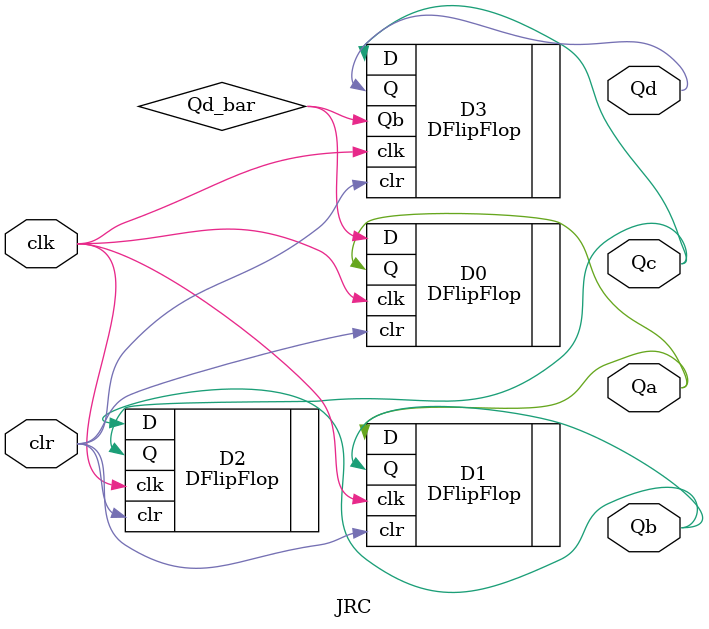
<source format=v>
`timescale 1ns / 1ps


module JRC(output Qa, Qb, Qc, Qd, input clk, clr);
wire Qd_bar;

    //Logic
    DFlipFlop D0(.Q(Qa), .D(Qd_bar), .clk(clk), .clr(clr));
    DFlipFlop D1(.Q(Qb), .D(Qa), .clk(clk), .clr(clr));
    DFlipFlop D2(.Q(Qc), .D(Qb), .clk(clk), .clr(clr));
    DFlipFlop D3(.Q(Qd), .Qb(Qd_bar), .D(Qc), .clk(clk), .clr(clr));
    
endmodule

</source>
